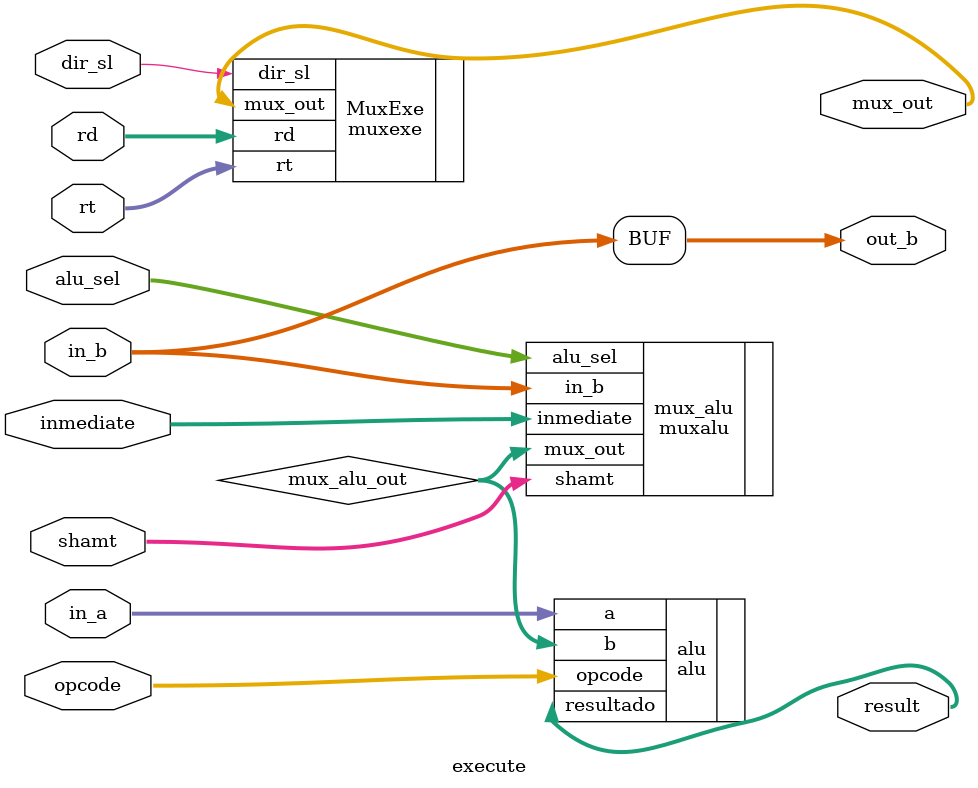
<source format=v>

module execute(
    in_a,
    in_b,
    inmediate,
    shamt,
    rt,
    rd,
    alu_sel,
    dir_sl,
    result,
    out_b,
	 opcode,
    mux_out
    );

input wire [31:0] in_a, in_b;
input wire [31:0] inmediate;
input wire [31:0] shamt;
input wire [3:0] rd, rt;
input wire [4:0] opcode;
input wire [1:0] alu_sel;
input wire  dir_sl;

output wire [31:0] result;
output wire [31:0] out_b;
output wire [3:0] mux_out;

wire [31:0] mux_alu_out;
assign out_b = in_b;

alu alu(
    .a(in_a),
    .b(mux_alu_out),
    .opcode(opcode),
    .resultado(result)
    );

muxalu mux_alu (
    .in_b(in_b),
    .inmediate(inmediate),
    .shamt(shamt),
    .alu_sel(alu_sel),
    .mux_out(mux_alu_out)
    );

muxexe MuxExe (
    .rd(rd),
    .rt(rt),
    .mux_out(mux_out),
    .dir_sl(dir_sl)
    );
	 
endmodule

</source>
